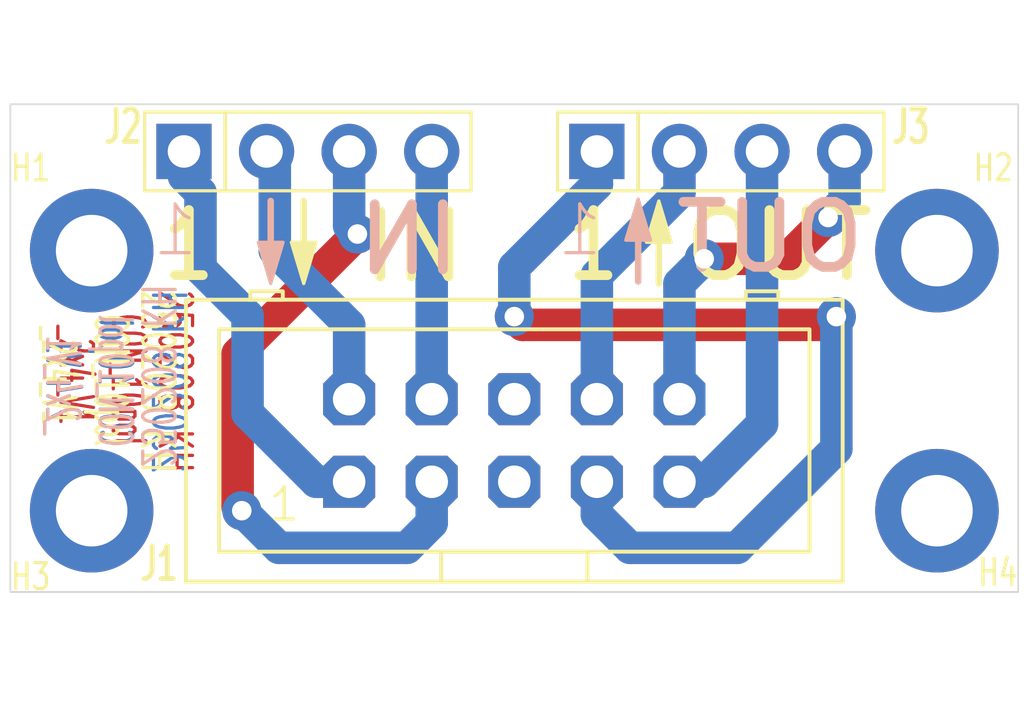
<source format=kicad_pcb>
(kicad_pcb (version 20240108) (generator "pcbnew") (generator_version "8.0")
  (layers (0 "F.Cu" signal) (31 "B.Cu" signal) (34 "B.Paste" user) (35 "F.Paste" user) (36 "B.SilkS" user "B.Silkscreen") (37 "F.SilkS" user "F.Silkscreen") (38 "B.Mask" user) (39 "F.Mask" user) (44 "Edge.Cuts" user))
  (net 0 "")
  (net 1 "Net-(J1-Pin_2)")
  (net 2 "Net-(J1-Pin_1)")
  (net 3 "Net-(J1-Pin_3)")
  (net 4 "Net-(J1-Pin_4)")
  (net 5 "Net-(J1-Pin_8)")
  (net 6 "Net-(J1-Pin_7)")
  (net 7 "Net-(J1-Pin_10)")
  (net 8 "Net-(J1-Pin_9)")
  (net 9 "/V_I2C")
  (net 10 "/0V")
  (footprint "_kh_library:MountingHole_2.2mm_M2_Pad_TopBottom_kh" (layer "F.Cu") (at 65.07 36.45)
    (property "Reference" "H4" (at 1.875 1.905 0) (layer "F.SilkS") (effects (font (size 0.8 0.6) (thickness 0.1) (bold yes))))
    (property "Value" "MountingHole")
    (pad "1" thru_hole circle (at 0 0) (size 2.6 2.6) (drill 2.2) (layers "*.Cu" "*.Mask"))
    (pad "1" connect circle (at 0 0) (size 3.8 3.8) (layers "F.Cu" "F.Mask"))
    (pad "1" connect circle (at 0 0) (size 3.8 3.8) (layers "B.Cu" "B.Mask"))
  )
  (footprint "_kh_library:MountingHole_2.2mm_M2_Pad_TopBottom_kh" (layer "F.Cu") (at 39.07 36.45)
    (property "Reference" "H3" (at -1.875 2.031 0) (layer "F.SilkS") (effects (font (size 0.8 0.6) (thickness 0.1))))
    (property "Value" "MountingHole")
    (pad "1" thru_hole circle (at 0 0) (size 2.6 2.6) (drill 2.2) (layers "*.Cu" "*.Mask"))
    (pad "1" connect circle (at 0 0) (size 3.8 3.8) (layers "F.Cu" "F.Mask"))
    (pad "1" connect circle (at 0 0) (size 3.8 3.8) (layers "B.Cu" "B.Mask"))
  )
  (footprint "_kh_library:PinSocket_1x04_P2.54mm_Vertical_kh" (layer "F.Cu") (at 41.91 25.4 90)
    (property "Reference" "J2" (at 0.762 -1.87 360) (layer "F.SilkS") (effects (font (size 1 0.65))))
    (property "Value" "Conn_01x04")
    (fp_line (start -1.21 1.27) (end 1.21 1.27) (stroke (width 0.12)) (layer "F.SilkS"))
    (fp_rect (start -1.21 -1.21) (end 1.21 8.83) (stroke (width 0.1)) (fill none) (layer "F.SilkS"))
    (pad "1" thru_hole rect (at 0 0 90) (size 1.7 1.7) (drill 1) (layers "*.Cu" "*.Mask") (net 2 "Net-(J1-Pin_1)"))
    (pad "2" thru_hole oval (at 0 2.54 90) (size 1.7 1.7) (drill 1) (layers "*.Cu" "*.Mask") (net 1 "Net-(J1-Pin_2)"))
    (pad "3" thru_hole oval (at 0 5.08 90) (size 1.7 1.7) (drill 1) (layers "*.Cu" "*.Mask") (net 3 "Net-(J1-Pin_3)"))
    (pad "4" thru_hole oval (at 0 7.62 90) (size 1.7 1.7) (drill 1) (layers "*.Cu" "*.Mask") (net 4 "Net-(J1-Pin_4)"))
  )
  (footprint "_kh_library:MountingHole_2.2mm_M2_Pad_TopBottom_kh" (layer "F.Cu") (at 39.07 28.45)
    (property "Reference" "H1" (at -1.875 -2.542 0) (layer "F.SilkS") (effects (font (size 0.8 0.6) (thickness 0.1))))
    (property "Value" "MountingHole")
    (pad "1" thru_hole circle (at 0 0) (size 2.6 2.6) (drill 2.2) (layers "*.Cu" "*.Mask"))
    (pad "1" connect circle (at 0 0) (size 3.8 3.8) (layers "F.Cu" "F.Mask"))
    (pad "1" connect circle (at 0 0) (size 3.8 3.8) (layers "B.Cu" "B.Mask"))
  )
  (footprint "_kh_library:Box_02x05_P2.54mm_Vertical_kh" (layer "F.Cu") (at 46.99 35.56)
    (property "Reference" "J1" (at -5.842 2.52 0) (layer "F.SilkS") (effects (font (size 1 0.65))))
    (property "Value" "Box_02x05_P2.54_Vertical")
    (fp_rect (start -5.02 3.07) (end 15.18 -5.6) (stroke (width 0.12)) (fill none) (layer "F.SilkS"))
    (fp_rect (start -4 2.15) (end 14.16 -4.69) (stroke (width 0.12)) (fill none) (layer "F.SilkS"))
    (fp_rect (start -3.04 -5.6) (end -2.04 -5.86) (stroke (width 0.12)) (fill none) (layer "F.SilkS"))
    (fp_rect (start 2.83 3.07) (end 7.33 2.15) (stroke (width 0.12)) (fill none) (layer "F.SilkS"))
    (fp_rect (start 12.2 -5.6) (end 13.2 -5.86) (stroke (width 0.12)) (fill none) (layer "F.SilkS"))
    (fp_text user "1" (at -2.54 1.27 0) (layer "F.SilkS") (effects (font (thickness 0.1)) (justify left bottom)))
    (pad "1" thru_hole roundrect (at 0 0) (size 1.6 1.6) (drill 1) (layers "*.Cu" "*.Mask") (roundrect_rratio 0) (chamfer_ratio 0.2) (chamfer top_left top_right bottom_right) (net 2 "Net-(J1-Pin_1)"))
    (pad "2" thru_hole roundrect (at 0 -2.54) (size 1.6 1.6) (drill 1) (layers "*.Cu" "*.Mask") (roundrect_rratio 0) (chamfer_ratio 0.2) (chamfer top_left top_right bottom_left bottom_right) (net 1 "Net-(J1-Pin_2)"))
    (pad "3" thru_hole roundrect (at 2.54 0) (size 1.6 1.6) (drill 1) (layers "*.Cu" "*.Mask") (roundrect_rratio 0) (chamfer_ratio 0.2) (chamfer top_left top_right bottom_left bottom_right) (net 3 "Net-(J1-Pin_3)"))
    (pad "4" thru_hole roundrect (at 2.54 -2.54) (size 1.6 1.6) (drill 1) (layers "*.Cu" "*.Mask") (roundrect_rratio 0) (chamfer_ratio 0.2) (chamfer top_left top_right bottom_left bottom_right) (net 4 "Net-(J1-Pin_4)"))
    (pad "5" thru_hole roundrect (at 5.08 0) (size 1.6 1.6) (drill 1) (layers "*.Cu" "*.Mask") (roundrect_rratio 0) (chamfer_ratio 0.2) (chamfer top_left top_right bottom_left bottom_right) (net 10 "/0V"))
    (pad "6" thru_hole roundrect (at 5.08 -2.54) (size 1.6 1.6) (drill 1) (layers "*.Cu" "*.Mask") (roundrect_rratio 0) (chamfer_ratio 0.2) (chamfer top_left top_right bottom_left bottom_right) (net 9 "/V_I2C"))
    (pad "7" thru_hole roundrect (at 7.62 0) (size 1.6 1.6) (drill 1) (layers "*.Cu" "*.Mask") (roundrect_rratio 0) (chamfer_ratio 0.2) (chamfer top_left top_right bottom_left bottom_right) (net 6 "Net-(J1-Pin_7)"))
    (pad "8" thru_hole roundrect (at 7.62 -2.54) (size 1.6 1.6) (drill 1) (layers "*.Cu" "*.Mask") (roundrect_rratio 0) (chamfer_ratio 0.2) (chamfer top_left top_right bottom_left bottom_right) (net 5 "Net-(J1-Pin_8)"))
    (pad "9" thru_hole roundrect (at 10.16 0) (size 1.6 1.6) (drill 1) (layers "*.Cu" "*.Mask") (roundrect_rratio 0) (chamfer_ratio 0.2) (chamfer top_left top_right bottom_left bottom_right) (net 8 "Net-(J1-Pin_9)"))
    (pad "10" thru_hole roundrect (at 10.16 -2.54) (size 1.6 1.6) (drill 1) (layers "*.Cu" "*.Mask") (roundrect_rratio 0) (chamfer_ratio 0.2) (chamfer top_left top_right bottom_left bottom_right) (net 7 "Net-(J1-Pin_10)"))
  )
  (footprint "_kh_library:PinSocket_1x04_P2.54mm_Vertical_kh" (layer "F.Cu") (at 54.61 25.4 90)
    (property "Reference" "J3" (at 0.762 9.652 360) (layer "F.SilkS") (effects (font (size 1 0.65))))
    (property "Value" "Conn_01x04")
    (fp_line (start -1.21 1.27) (end 1.21 1.27) (stroke (width 0.12)) (layer "F.SilkS"))
    (fp_rect (start -1.21 -1.21) (end 1.21 8.83) (stroke (width 0.1)) (fill none) (layer "F.SilkS"))
    (pad "1" thru_hole rect (at 0 0 90) (size 1.7 1.7) (drill 1) (layers "*.Cu" "*.Mask") (net 6 "Net-(J1-Pin_7)"))
    (pad "2" thru_hole oval (at 0 2.54 90) (size 1.7 1.7) (drill 1) (layers "*.Cu" "*.Mask") (net 5 "Net-(J1-Pin_8)"))
    (pad "3" thru_hole oval (at 0 5.08 90) (size 1.7 1.7) (drill 1) (layers "*.Cu" "*.Mask") (net 8 "Net-(J1-Pin_9)"))
    (pad "4" thru_hole oval (at 0 7.62 90) (size 1.7 1.7) (drill 1) (layers "*.Cu" "*.Mask") (net 7 "Net-(J1-Pin_10)"))
  )
  (footprint "_kh_library:MountingHole_2.2mm_M2_Pad_TopBottom_kh" (layer "F.Cu") (at 65.07 28.45)
    (property "Reference" "H2" (at 1.732 -2.542 0) (layer "F.SilkS") (effects (font (size 0.8 0.6) (thickness 0.1) (bold yes))))
    (property "Value" "MountingHole")
    (pad "1" thru_hole circle (at 0 0) (size 2.6 2.6) (drill 2.2) (layers "*.Cu" "*.Mask"))
    (pad "1" connect circle (at 0 0) (size 3.8 3.8) (layers "F.Cu" "F.Mask"))
    (pad "1" connect circle (at 0 0) (size 3.8 3.8) (layers "B.Cu" "B.Mask"))
  )
  (gr_poly (pts (xy 55.499 28.1305) (xy 55.88 26.8605) (xy 56.261 28.1305)) (stroke (width 0.1)) (fill solid) (layer "B.SilkS"))
  (gr_line (start 55.88 27.4955) (end 55.88 29.4005) (stroke (width 0.2)) (layer "B.SilkS"))
  (gr_line (start 44.577 28.829) (end 44.577 26.924) (stroke (width 0.2)) (layer "B.SilkS"))
  (gr_poly (pts (xy 44.196 28.194) (xy 44.577 29.464) (xy 44.958 28.194)) (stroke (width 0.1)) (fill solid) (layer "B.SilkS"))
  (gr_line (start 45.593 28.829) (end 45.593 26.924) (stroke (width 0.2)) (layer "F.SilkS"))
  (gr_poly (pts (xy 45.212 28.194) (xy 45.593 29.464) (xy 45.974 28.194)) (stroke (width 0.1)) (fill solid) (layer "F.SilkS"))
  (gr_poly (pts (xy 56.134 28.194) (xy 56.515 26.924) (xy 56.896 28.194)) (stroke (width 0.1)) (fill solid) (layer "F.SilkS"))
  (gr_line (start 56.515 27.559) (end 56.515 29.464) (stroke (width 0.2)) (layer "F.SilkS"))
  (gr_rect (start 36.57 23.95) (end 67.57 38.95) (stroke (width 0.05)) (fill none) (layer "Edge.Cuts"))
  (gr_text "250208 KH" (at 41.0464 29.591 270) (layer "F.Cu") (effects (font (size 1 0.66) (thickness 0.1) (bold yes)) (justify left bottom)))
  (gr_text "CON_10pol\n _2x4_V1" (at 37.9984 30.3276 270) (layer "F.Cu") (effects (font (size 1 0.5) (thickness 0.1) (bold yes)) (justify left bottom)))
  (gr_text "250208 KH" (at 40.8432 35.3568 270) (layer "B.Cu") (effects (font (size 1 0.66) (thickness 0.1) (bold yes)) (justify left bottom mirror)))
  (gr_text "CON_10pol\n _2x4_V1" (at 37.592 34.4932 270) (layer "B.Cu") (effects (font (size 1 0.48) (thickness 0.1) (bold yes)) (justify left bottom mirror)))
  (gr_text "1" (at 54.864 28.702 0) (layer "B.SilkS") (effects (font (size 1.5 1.5) (thickness 0.1)) (justify left bottom mirror)))
  (gr_text "OUT" (at 62.992 29.21 0) (layer "B.SilkS") (effects (font (size 2 2) (thickness 0.3) (bold yes)) (justify left bottom mirror)))
  (gr_text "250208 KH" (at 40.513 35.179 270) (layer "B.SilkS") (effects (font (size 1 0.66) (thickness 0.1) (bold yes)) (justify left bottom mirror)))
  (gr_text "IN" (at 50.546 29.284 0) (layer "B.SilkS") (effects (font (size 2 2) (thickness 0.3) (bold yes)) (justify left bottom mirror)))
  (gr_text "CON_10pol\n _2x4_V1" (at 37.592 34.544 270) (layer "B.SilkS") (effects (font (size 1 0.5) (thickness 0.1) (bold yes)) (justify left bottom mirror)))
  (gr_text "1" (at 42.418 28.702 0) (layer "B.SilkS") (effects (font (size 1.5 1.5) (thickness 0.1)) (justify left bottom mirror)))
  (gr_text "IN" (at 47.275 29.5 0) (layer "F.SilkS") (effects (font (size 2 2) (thickness 0.3) (bold yes)) (justify left bottom)))
  (gr_text "CON_10pol\n _2x4_V1" (at 37.465 30.353 270) (layer "F.SilkS") (effects (font (size 1 0.5) (thickness 0.1) (bold yes)) (justify left bottom)))
  (gr_text "OUT" (at 57.15 29.464 0) (layer "F.SilkS") (effects (font (size 2 2) (thickness 0.3) (bold yes)) (justify left bottom)))
  (gr_text "1" (at 53.594 29.464 0) (layer "F.SilkS") (effects (font (size 2 1.5) (thickness 0.3) (bold yes)) (justify left bottom)))
  (gr_text "1" (at 41.148 29.464 0) (layer "F.SilkS") (effects (font (size 2 1.5) (thickness 0.3) (bold yes)) (justify left bottom)))
  (gr_text "250208 KH" (at 40.513 29.591 270) (layer "F.SilkS") (effects (font (size 1 0.66) (thickness 0.1) (bold yes)) (justify left bottom)))
  (segment (start 44.704 25.654) (end 44.45 25.4) (width 1) (layer "B.Cu") (net 1))
  (segment (start 44.704 28.448) (end 44.704 25.654) (width 1) (layer "B.Cu") (net 1))
  (segment (start 46.99 33.02) (end 46.99 30.734) (width 1) (layer "B.Cu") (net 1))
  (segment (start 46.99 30.734) (end 44.704 28.448) (width 1) (layer "B.Cu") (net 1))
  (segment (start 43.8658 30.4546) (end 43.8658 33.4518) (width 1) (layer "B.Cu") (net 2))
  (segment (start 42.418 26.67) (end 42.418 29.0068) (width 1) (layer "B.Cu") (net 2))
  (segment (start 41.91 25.4) (end 41.91 26.162) (width 1) (layer "B.Cu") (net 2))
  (segment (start 41.91 26.162) (end 42.418 26.67) (width 1) (layer "B.Cu") (net 2))
  (segment (start 43.8658 33.4518) (end 45.974 35.56) (width 1) (layer "B.Cu") (net 2))
  (segment (start 45.974 35.56) (end 46.99 35.56) (width 1) (layer "B.Cu") (net 2))
  (segment (start 42.418 29.0068) (end 43.8658 30.4546) (width 1) (layer "B.Cu") (net 2))
  (segment (start 43.561 36.322) (end 43.561 31.623) (width 1) (layer "F.Cu") (net 3))
  (segment (start 43.561 31.623) (end 47.244 27.94) (width 1) (layer "F.Cu") (net 3))
  (segment (start 43.688 36.449) (end 43.561 36.322) (width 1) (layer "F.Cu") (net 3))
  (via (at 47.244 27.94) (size 1.2) (drill 0.6) (layers "F.Cu" "B.Cu") (net 3))
  (via (at 43.688 36.449) (size 1.2) (drill 0.6) (layers "F.Cu" "B.Cu") (net 3))
  (segment (start 46.99 25.4) (end 46.99 27.686) (width 1) (layer "B.Cu") (net 3))
  (segment (start 44.831 37.592) (end 48.768 37.592) (width 1) (layer "B.Cu") (net 3))
  (segment (start 49.53 36.83) (end 49.53 35.56) (width 1) (layer "B.Cu") (net 3))
  (segment (start 48.768 37.592) (end 49.53 36.83) (width 1) (layer "B.Cu") (net 3))
  (segment (start 46.99 27.686) (end 47.244 27.94) (width 1) (layer "B.Cu") (net 3))
  (segment (start 43.688 36.449) (end 44.831 37.592) (width 1) (layer "B.Cu") (net 3))
  (segment (start 49.53 33.02) (end 49.53 25.4) (width 1) (layer "B.Cu") (net 4))
  (segment (start 54.61 29.21) (end 57.15 26.67) (width 1) (layer "B.Cu") (net 5))
  (segment (start 54.61 33.02) (end 54.61 29.21) (width 1) (layer "B.Cu") (net 5))
  (segment (start 57.15 26.67) (end 57.15 25.4) (width 1) (layer "B.Cu") (net 5))
  (segment (start 61.976 30.48) (end 61.722 30.734) (width 1) (layer "F.Cu") (net 6))
  (segment (start 52.324 30.734) (end 52.07 30.48) (width 1) (layer "F.Cu") (net 6))
  (segment (start 61.722 30.734) (end 52.324 30.734) (width 1) (layer "F.Cu") (net 6))
  (via (at 52.07 30.48) (size 1.2) (drill 0.6) (layers "F.Cu" "B.Cu") (net 6))
  (via (at 61.976 30.48) (size 1.2) (drill 0.6) (layers "F.Cu" "B.Cu") (net 6))
  (segment (start 61.976 34.544) (end 61.976 30.48) (width 1) (layer "B.Cu") (net 6))
  (segment (start 52.07 28.956) (end 54.61 26.416) (width 1) (layer "B.Cu") (net 6))
  (segment (start 52.07 30.48) (end 52.07 28.956) (width 1) (layer "B.Cu") (net 6))
  (segment (start 55.626 37.592) (end 58.928 37.592) (width 1) (layer "B.Cu") (net 6))
  (segment (start 54.61 26.416) (end 54.61 25.4) (width 1) (layer "B.Cu") (net 6))
  (segment (start 54.61 36.576) (end 55.626 37.592) (width 1) (layer "B.Cu") (net 6))
  (segment (start 58.928 37.592) (end 61.976 34.544) (width 1) (layer "B.Cu") (net 6))
  (segment (start 54.61 35.56) (end 54.61 36.576) (width 1) (layer "B.Cu") (net 6))
  (segment (start 60.452 28.702) (end 61.722 27.432) (width 1) (layer "F.Cu") (net 7))
  (segment (start 57.912 28.702) (end 60.452 28.702) (width 1) (layer "F.Cu") (net 7))
  (via (at 61.722 27.432) (size 1.2) (drill 0.6) (layers "F.Cu" "B.Cu") (net 7))
  (via (at 57.912 28.702) (size 1.2) (drill 0.6) (layers "F.Cu" "B.Cu") (net 7))
  (segment (start 62.23 26.924) (end 62.23 25.4) (width 1) (layer "B.Cu") (net 7))
  (segment (start 57.15 33.02) (end 57.15 29.464) (width 1) (layer "B.Cu") (net 7))
  (segment (start 57.15 29.464) (end 57.912 28.702) (width 1) (layer "B.Cu") (net 7))
  (segment (start 61.722 27.432) (end 62.23 26.924) (width 1) (layer "B.Cu") (net 7))
  (segment (start 57.912 35.56) (end 59.69 33.782) (width 1) (layer "B.Cu") (net 8))
  (segment (start 57.15 35.56) (end 57.912 35.56) (width 1) (layer "B.Cu") (net 8))
  (segment (start 59.69 33.782) (end 59.69 25.4) (width 1) (layer "B.Cu") (net 8))
)
</source>
